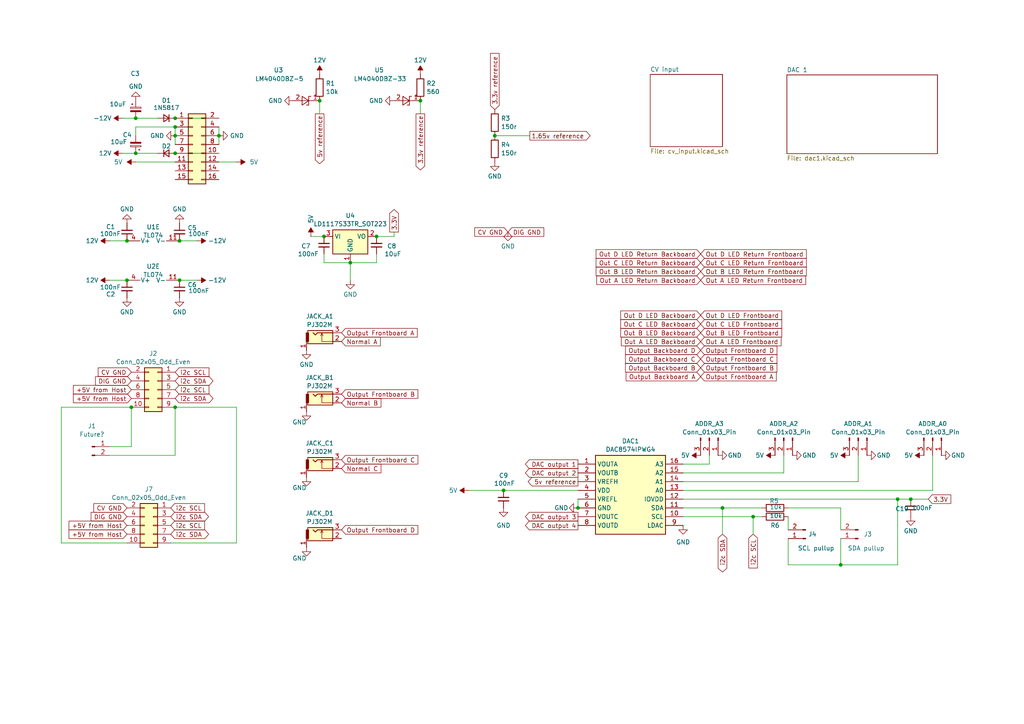
<source format=kicad_sch>
(kicad_sch (version 20231120) (generator "eeschema") (generator_version "8.0")
  (paper "A4")
  (lib_symbols
    (symbol "Akiyuki_Connector:PJ302M" (pin_names (offset 1.016))
      (property "Reference" "J" (at -1.27 4.445 0))
      (property "Value" "PJ302M" (at 1.27 -2.54 0))
      (symbol "PJ302M_0_1"
        (rectangle (start -4.699 3.175) (end 2.54 -0.635) (stroke (width 0.254)) (fill (type background)))
        (rectangle (start -4.445 0) (end -5.207 2.54) (fill (type outline)))
        (polyline (pts (xy -0.635 2.413) (xy -0.254 1.651)))
        (polyline (pts (xy 2.54 0) (xy -0.635 0) (xy -0.635 2.413) (xy -1.016 1.651)))
        (polyline (pts (xy 2.54 2.54) (xy -1.905 2.54) (xy -2.54 1.905) (xy -3.175 2.54)) (stroke (width 0.254)))
      )
      (symbol "PJ302M_1_1"
        (pin passive line (at -5.08 -2.54 90) (length 2.54) (name "~") (number "1"))
        (pin passive line (at 5.08 0 180) (length 2.54) (name "~") (number "2"))
        (pin passive line (at 5.08 2.54 180) (length 2.54) (name "~") (number "3"))
      )
    )
    (symbol "Amplifier_Operational:TL074" (pin_names (offset 0.127))
      (property "Reference" "U" (at 0 5.08 0))
      (property "Value" "TL074" (at 0 -5.08 0))
      (symbol "TL074_1_1"
        (polyline (pts (xy -5.08 5.08) (xy 5.08 0) (xy -5.08 -5.08) (xy -5.08 5.08)) (stroke (width 0.254)) (fill (type background)))
        (pin output line (at 7.62 0 180) (length 2.54) (name "~") (number "1"))
        (pin input line (at -7.62 -2.54 0) (length 2.54) (name "-") (number "2"))
        (pin input line (at -7.62 2.54 0) (length 2.54) (name "+") (number "3"))
      )
      (symbol "TL074_2_1"
        (polyline (pts (xy -5.08 5.08) (xy 5.08 0) (xy -5.08 -5.08) (xy -5.08 5.08)) (stroke (width 0.254)) (fill (type background)))
        (pin input line (at -7.62 2.54 0) (length 2.54) (name "+") (number "5"))
        (pin input line (at -7.62 -2.54 0) (length 2.54) (name "-") (number "6"))
        (pin output line (at 7.62 0 180) (length 2.54) (name "~") (number "7"))
      )
      (symbol "TL074_3_1"
        (polyline (pts (xy -5.08 5.08) (xy 5.08 0) (xy -5.08 -5.08) (xy -5.08 5.08)) (stroke (width 0.254)) (fill (type background)))
        (pin input line (at -7.62 2.54 0) (length 2.54) (name "+") (number "10"))
        (pin output line (at 7.62 0 180) (length 2.54) (name "~") (number "8"))
        (pin input line (at -7.62 -2.54 0) (length 2.54) (name "-") (number "9"))
      )
      (symbol "TL074_4_1"
        (polyline (pts (xy -5.08 5.08) (xy 5.08 0) (xy -5.08 -5.08) (xy -5.08 5.08)) (stroke (width 0.254)) (fill (type background)))
        (pin input line (at -7.62 2.54 0) (length 2.54) (name "+") (number "12"))
        (pin input line (at -7.62 -2.54 0) (length 2.54) (name "-") (number "13"))
        (pin output line (at 7.62 0 180) (length 2.54) (name "~") (number "14"))
      )
      (symbol "TL074_5_1"
        (pin power_in line (at -2.54 -7.62 90) (length 3.81) (name "V-") (number "11"))
        (pin power_in line (at -2.54 7.62 270) (length 3.81) (name "V+") (number "4"))
      )
    )
    (symbol "Connector:Conn_01x02_Pin" (pin_names (offset 1.016) hide)
      (property "Reference" "J" (at 0 2.54 0))
      (property "Value" "Conn_01x02_Pin" (at 0 -5.08 0))
      (symbol "Conn_01x02_Pin_1_1"
        (polyline (pts (xy 1.27 -2.54) (xy 0.8636 -2.54)) (stroke (width 0.1524)))
        (polyline (pts (xy 1.27 0) (xy 0.8636 0)) (stroke (width 0.1524)))
        (rectangle (start 0.8636 -2.413) (end 0 -2.667) (stroke (width 0.1524)) (fill (type outline)))
        (rectangle (start 0.8636 0.127) (end 0 -0.127) (stroke (width 0.1524)) (fill (type outline)))
        (pin passive line (at 5.08 0 180) (length 3.81) (name "Pin_1") (number "1"))
        (pin passive line (at 5.08 -2.54 180) (length 3.81) (name "Pin_2") (number "2"))
      )
    )
    (symbol "Connector:Conn_01x03_Pin" (pin_names (offset 1.016) hide)
      (property "Reference" "J" (at 0 5.08 0))
      (property "Value" "Conn_01x03_Pin" (at 0 -5.08 0))
      (symbol "Conn_01x03_Pin_1_1"
        (polyline (pts (xy 1.27 -2.54) (xy 0.8636 -2.54)) (stroke (width 0.1524)))
        (polyline (pts (xy 1.27 0) (xy 0.8636 0)) (stroke (width 0.1524)))
        (polyline (pts (xy 1.27 2.54) (xy 0.8636 2.54)) (stroke (width 0.1524)))
        (rectangle (start 0.8636 -2.413) (end 0 -2.667) (stroke (width 0.1524)) (fill (type outline)))
        (rectangle (start 0.8636 0.127) (end 0 -0.127) (stroke (width 0.1524)) (fill (type outline)))
        (rectangle (start 0.8636 2.667) (end 0 2.413) (stroke (width 0.1524)) (fill (type outline)))
        (pin passive line (at 5.08 2.54 180) (length 3.81) (name "Pin_1") (number "1"))
        (pin passive line (at 5.08 0 180) (length 3.81) (name "Pin_2") (number "2"))
        (pin passive line (at 5.08 -2.54 180) (length 3.81) (name "Pin_3") (number "3"))
      )
    )
    (symbol "Connector_Generic:Conn_02x05_Odd_Even" (pin_names (offset 1.016) hide)
      (property "Reference" "J" (at 1.27 7.62 0))
      (property "Value" "Conn_02x05_Odd_Even" (at 1.27 -7.62 0))
      (symbol "Conn_02x05_Odd_Even_1_1"
        (rectangle (start -1.27 -4.953) (end 0 -5.207) (stroke (width 0.1524)))
        (rectangle (start -1.27 -2.413) (end 0 -2.667) (stroke (width 0.1524)))
        (rectangle (start -1.27 0.127) (end 0 -0.127) (stroke (width 0.1524)))
        (rectangle (start -1.27 2.667) (end 0 2.413) (stroke (width 0.1524)))
        (rectangle (start -1.27 5.207) (end 0 4.953) (stroke (width 0.1524)))
        (rectangle (start -1.27 6.35) (end 3.81 -6.35) (stroke (width 0.254)) (fill (type background)))
        (rectangle (start 3.81 -4.953) (end 2.54 -5.207) (stroke (width 0.1524)))
        (rectangle (start 3.81 -2.413) (end 2.54 -2.667) (stroke (width 0.1524)))
        (rectangle (start 3.81 0.127) (end 2.54 -0.127) (stroke (width 0.1524)))
        (rectangle (start 3.81 2.667) (end 2.54 2.413) (stroke (width 0.1524)))
        (rectangle (start 3.81 5.207) (end 2.54 4.953) (stroke (width 0.1524)))
        (pin passive line (at -5.08 5.08 0) (length 3.81) (name "Pin_1") (number "1"))
        (pin passive line (at 7.62 -5.08 180) (length 3.81) (name "Pin_10") (number "10"))
        (pin passive line (at 7.62 5.08 180) (length 3.81) (name "Pin_2") (number "2"))
        (pin passive line (at -5.08 2.54 0) (length 3.81) (name "Pin_3") (number "3"))
        (pin passive line (at 7.62 2.54 180) (length 3.81) (name "Pin_4") (number "4"))
        (pin passive line (at -5.08 0 0) (length 3.81) (name "Pin_5") (number "5"))
        (pin passive line (at 7.62 0 180) (length 3.81) (name "Pin_6") (number "6"))
        (pin passive line (at -5.08 -2.54 0) (length 3.81) (name "Pin_7") (number "7"))
        (pin passive line (at 7.62 -2.54 180) (length 3.81) (name "Pin_8") (number "8"))
        (pin passive line (at -5.08 -5.08 0) (length 3.81) (name "Pin_9") (number "9"))
      )
    )
    (symbol "Connector_Generic:Conn_02x08_Odd_Even" (pin_names (offset 1.016) hide)
      (property "Reference" "J" (at 1.27 10.16 0))
      (property "Value" "Conn_02x08_Odd_Even" (at 1.27 -12.7 0))
      (symbol "Conn_02x08_Odd_Even_1_1"
        (rectangle (start -1.27 -10.033) (end 0 -10.287) (stroke (width 0.1524)))
        (rectangle (start -1.27 -7.493) (end 0 -7.747) (stroke (width 0.1524)))
        (rectangle (start -1.27 -4.953) (end 0 -5.207) (stroke (width 0.1524)))
        (rectangle (start -1.27 -2.413) (end 0 -2.667) (stroke (width 0.1524)))
        (rectangle (start -1.27 0.127) (end 0 -0.127) (stroke (width 0.1524)))
        (rectangle (start -1.27 2.667) (end 0 2.413) (stroke (width 0.1524)))
        (rectangle (start -1.27 5.207) (end 0 4.953) (stroke (width 0.1524)))
        (rectangle (start -1.27 7.747) (end 0 7.493) (stroke (width 0.1524)))
        (rectangle (start -1.27 8.89) (end 3.81 -11.43) (stroke (width 0.254)) (fill (type background)))
        (rectangle (start 3.81 -10.033) (end 2.54 -10.287) (stroke (width 0.1524)))
        (rectangle (start 3.81 -7.493) (end 2.54 -7.747) (stroke (width 0.1524)))
        (rectangle (start 3.81 -4.953) (end 2.54 -5.207) (stroke (width 0.1524)))
        (rectangle (start 3.81 -2.413) (end 2.54 -2.667) (stroke (width 0.1524)))
        (rectangle (start 3.81 0.127) (end 2.54 -0.127) (stroke (width 0.1524)))
        (rectangle (start 3.81 2.667) (end 2.54 2.413) (stroke (width 0.1524)))
        (rectangle (start 3.81 5.207) (end 2.54 4.953) (stroke (width 0.1524)))
        (rectangle (start 3.81 7.747) (end 2.54 7.493) (stroke (width 0.1524)))
        (pin passive line (at -5.08 7.62 0) (length 3.81) (name "Pin_1") (number "1"))
        (pin passive line (at 7.62 -2.54 180) (length 3.81) (name "Pin_10") (number "10"))
        (pin passive line (at -5.08 -5.08 0) (length 3.81) (name "Pin_11") (number "11"))
        (pin passive line (at 7.62 -5.08 180) (length 3.81) (name "Pin_12") (number "12"))
        (pin passive line (at -5.08 -7.62 0) (length 3.81) (name "Pin_13") (number "13"))
        (pin passive line (at 7.62 -7.62 180) (length 3.81) (name "Pin_14") (number "14"))
        (pin passive line (at -5.08 -10.16 0) (length 3.81) (name "Pin_15") (number "15"))
        (pin passive line (at 7.62 -10.16 180) (length 3.81) (name "Pin_16") (number "16"))
        (pin passive line (at 7.62 7.62 180) (length 3.81) (name "Pin_2") (number "2"))
        (pin passive line (at -5.08 5.08 0) (length 3.81) (name "Pin_3") (number "3"))
        (pin passive line (at 7.62 5.08 180) (length 3.81) (name "Pin_4") (number "4"))
        (pin passive line (at -5.08 2.54 0) (length 3.81) (name "Pin_5") (number "5"))
        (pin passive line (at 7.62 2.54 180) (length 3.81) (name "Pin_6") (number "6"))
        (pin passive line (at -5.08 0 0) (length 3.81) (name "Pin_7") (number "7"))
        (pin passive line (at 7.62 0 180) (length 3.81) (name "Pin_8") (number "8"))
        (pin passive line (at -5.08 -2.54 0) (length 3.81) (name "Pin_9") (number "9"))
      )
    )
    (symbol "Device:C_Polarized_Small" (pin_numbers hide) (pin_names (offset 0.254) hide)
      (property "Reference" "C" (at 0.254 1.778 0))
      (property "Value" "C_Polarized_Small" (at 0.254 -2.032 0))
      (symbol "C_Polarized_Small_0_1"
        (rectangle (start -1.524 -0.3048) (end 1.524 -0.6858) (fill (type outline)))
        (rectangle (start -1.524 0.6858) (end 1.524 0.3048))
        (polyline (pts (xy -1.27 1.524) (xy -0.762 1.524)))
        (polyline (pts (xy -1.016 1.27) (xy -1.016 1.778)))
      )
      (symbol "C_Polarized_Small_1_1"
        (pin passive line (at 0 2.54 270) (length 1.8542) (name "~") (number "1"))
        (pin passive line (at 0 -2.54 90) (length 1.8542) (name "~") (number "2"))
      )
    )
    (symbol "Device:C_Small" (pin_numbers hide) (pin_names (offset 0.254) hide)
      (property "Reference" "C" (at 0.254 1.778 0))
      (property "Value" "C_Small" (at 0.254 -2.032 0))
      (symbol "C_Small_0_1"
        (polyline (pts (xy -1.524 -0.508) (xy 1.524 -0.508)) (stroke (width 0.3302)))
        (polyline (pts (xy -1.524 0.508) (xy 1.524 0.508)) (stroke (width 0.3048)))
      )
      (symbol "C_Small_1_1"
        (pin passive line (at 0 2.54 270) (length 2.032) (name "~") (number "1"))
        (pin passive line (at 0 -2.54 90) (length 2.032) (name "~") (number "2"))
      )
    )
    (symbol "Device:D_Small" (pin_numbers hide) (pin_names (offset 0.254) hide)
      (property "Reference" "D" (at -1.27 2.032 0))
      (property "Value" "D_Small" (at -3.81 -2.032 0))
      (symbol "D_Small_0_1"
        (polyline (pts (xy -0.762 -1.016) (xy -0.762 1.016)) (stroke (width 0.254)))
        (polyline (pts (xy -0.762 0) (xy 0.762 0)))
        (polyline (pts (xy 0.762 -1.016) (xy -0.762 0) (xy 0.762 1.016) (xy 0.762 -1.016)) (stroke (width 0.254)))
      )
      (symbol "D_Small_1_1"
        (pin passive line (at -2.54 0 0) (length 1.778) (name "K") (number "1"))
        (pin passive line (at 2.54 0 180) (length 1.778) (name "A") (number "2"))
      )
    )
    (symbol "Device:R" (pin_numbers hide) (pin_names (offset 0))
      (property "Reference" "R" (at 2.032 0 90))
      (property "Value" "R" (at 0 0 90))
      (symbol "R_0_1"
        (rectangle (start -1.016 -2.54) (end 1.016 2.54) (stroke (width 0.254)))
      )
      (symbol "R_1_1"
        (pin passive line (at 0 3.81 270) (length 1.27) (name "~") (number "1"))
        (pin passive line (at 0 -3.81 90) (length 1.27) (name "~") (number "2"))
      )
    )
    (symbol "Reference_Voltage:LM4040DBZ-5" (pin_names (offset 0.0254) hide)
      (property "Reference" "U" (at 0 2.54 0))
      (property "Value" "LM4040DBZ-5" (at 0 -3.175 0))
      (symbol "LM4040DBZ-5_0_1"
        (polyline (pts (xy -1.27 0) (xy 0 0) (xy 1.27 0)))
        (polyline (pts (xy -1.27 -1.27) (xy 0.635 0) (xy -1.27 1.27) (xy -1.27 -1.27)) (stroke (width 0.2032)))
        (polyline (pts (xy 0 -1.27) (xy 0.635 -1.27) (xy 0.635 1.27) (xy 1.27 1.27)) (stroke (width 0.2032)))
      )
      (symbol "LM4040DBZ-5_1_1"
        (pin passive line (at 3.81 0 180) (length 2.54) (name "K") (number "1"))
        (pin passive line (at -3.81 0 0) (length 2.54) (name "A") (number "2"))
        (pin no_connect line (at -1.27 0 0) (length 2.54) hide (name "NC") (number "3"))
      )
    )
    (symbol "Regulator_Linear:LD1117S33TR_SOT223"
      (property "Reference" "U" (at -3.81 3.175 0))
      (property "Value" "LD1117S33TR_SOT223" (at 0 3.175 0))
      (symbol "LD1117S33TR_SOT223_0_1"
        (rectangle (start -5.08 -5.08) (end 5.08 1.905) (stroke (width 0.254)) (fill (type background)))
      )
      (symbol "LD1117S33TR_SOT223_1_1"
        (pin power_in line (at 0 -7.62 90) (length 2.54) (name "GND") (number "1"))
        (pin power_out line (at 7.62 0 180) (length 2.54) (name "VO") (number "2"))
        (pin power_in line (at -7.62 0 0) (length 2.54) (name "VI") (number "3"))
      )
    )
    (symbol "dac8754:DAC8574IPWG4"
      (property "Reference" "IC" (at 26.67 7.62 0))
      (property "Value" "DAC8574IPWG4" (at 26.67 5.08 0))
      (symbol "DAC8574IPWG4_1_1"
        (rectangle (start 5.08 2.54) (end 25.4 -20.32) (stroke (width 0.254)) (fill (type background)))
        (pin passive line (at 0 0 0) (length 5.08) (name "VOUTA") (number "1"))
        (pin passive line (at 30.48 -15.24 180) (length 5.08) (name "SCL") (number "10"))
        (pin passive line (at 30.48 -12.7 180) (length 5.08) (name "SDA") (number "11"))
        (pin passive line (at 30.48 -10.16 180) (length 5.08) (name "IOVDD") (number "12"))
        (pin passive line (at 30.48 -7.62 180) (length 5.08) (name "A0") (number "13"))
        (pin passive line (at 30.48 -5.08 180) (length 5.08) (name "A1") (number "14"))
        (pin passive line (at 30.48 -2.54 180) (length 5.08) (name "A2") (number "15"))
        (pin passive line (at 30.48 0 180) (length 5.08) (name "A3") (number "16"))
        (pin passive line (at 0 -2.54 0) (length 5.08) (name "VOUTB") (number "2"))
        (pin passive line (at 0 -5.08 0) (length 5.08) (name "VREFH") (number "3"))
        (pin passive line (at 0 -7.62 0) (length 5.08) (name "VDD") (number "4"))
        (pin passive line (at 0 -10.16 0) (length 5.08) (name "VREFL") (number "5"))
        (pin passive line (at 0 -12.7 0) (length 5.08) (name "GND") (number "6"))
        (pin passive line (at 0 -15.24 0) (length 5.08) (name "VOUTC") (number "7"))
        (pin passive line (at 0 -17.78 0) (length 5.08) (name "VOUTD") (number "8"))
        (pin passive line (at 30.48 -17.78 180) (length 5.08) (name "LDAC") (number "9"))
      )
    )
    (symbol "power:-12V" (power) (pin_numbers hide) (pin_names (offset 0) hide)
      (property "Value" "-12V" (at 0 3.556 0))
      (symbol "-12V_0_0"
        (pin power_in line (at 0 0 90) (length 0) (name "~") (number "1"))
      )
      (symbol "-12V_0_1"
        (polyline (pts (xy 0 0) (xy 0 1.27) (xy 0.762 1.27) (xy 0 2.54) (xy -0.762 1.27) (xy 0 1.27)) (fill (type outline)))
      )
    )
    (symbol "power:GND" (power) (pin_numbers hide) (pin_names (offset 0) hide)
      (property "Value" "GND" (at 0 -3.81 0))
      (symbol "GND_0_1"
        (polyline (pts (xy 0 0) (xy 0 -1.27) (xy 1.27 -1.27) (xy 0 -2.54) (xy -1.27 -1.27) (xy 0 -1.27)))
      )
      (symbol "GND_1_1"
        (pin power_in line (at 0 0 270) (length 0) (name "~") (number "1"))
      )
    )
  )
  (junction (at 52.07 81.28))
  (junction (at 52.07 69.85))
  (junction (at 38.1 118.11))
  (junction (at 50.8 36.83))
  (junction (at 121.92 29.21))
  (junction (at 243.84 163.83))
  (junction (at 143.51 39.37))
  (junction (at 260.35 144.78))
  (junction (at 50.8 34.29))
  (junction (at 39.37 44.45))
  (junction (at 218.44 149.86))
  (junction (at 50.8 44.45))
  (junction (at 50.8 39.37))
  (junction (at 264.16 144.78))
  (junction (at 50.8 118.11))
  (junction (at 92.71 29.21))
  (junction (at 101.6 76.2))
  (junction (at 209.55 147.32))
  (junction (at 167.64 147.32))
  (junction (at 36.83 81.28))
  (junction (at 39.37 34.29))
  (junction (at 63.5 39.37))
  (junction (at 146.05 142.24))
  (junction (at 36.83 69.85))
  (junction (at 93.98 68.58))
  (junction (at 109.22 68.58))
  (wire (pts (xy 17.78 118.11) (xy 38.1 118.11)))
  (wire (pts (xy 209.55 147.32) (xy 220.98 147.32)))
  (wire (pts (xy 109.22 73.66) (xy 109.22 76.2)))
  (wire (pts (xy 227.33 132.08) (xy 227.33 137.16)))
  (wire (pts (xy 167.64 144.78) (xy 167.64 147.32)))
  (wire (pts (xy 68.58 118.11) (xy 50.8 118.11)))
  (wire (pts (xy 38.1 118.11) (xy 38.1 129.54)))
  (wire (pts (xy 114.3 67.31) (xy 114.3 68.58)))
  (wire (pts (xy 92.71 29.21) (xy 92.71 33.02)))
  (wire (pts (xy 243.84 156.21) (xy 243.84 163.83)))
  (wire (pts (xy 93.98 76.2) (xy 93.98 73.66)))
  (wire (pts (xy 52.07 69.85) (xy 57.15 69.85)))
  (wire (pts (xy 52.07 81.28) (xy 57.15 81.28)))
  (wire (pts (xy 198.12 142.24) (xy 270.51 142.24)))
  (wire (pts (xy 39.37 46.99) (xy 50.8 46.99)))
  (wire (pts (xy 218.44 149.86) (xy 220.98 149.86)))
  (wire (pts (xy 50.8 118.11) (xy 50.8 132.08)))
  (wire (pts (xy 35.56 44.45) (xy 39.37 44.45)))
  (wire (pts (xy 101.6 76.2) (xy 101.6 81.28)))
  (wire (pts (xy 135.89 142.24) (xy 146.05 142.24)))
  (wire (pts (xy 50.8 34.29) (xy 63.5 34.29)))
  (wire (pts (xy 198.12 137.16) (xy 227.33 137.16)))
  (wire (pts (xy 198.12 144.78) (xy 260.35 144.78)))
  (wire (pts (xy 35.56 34.29) (xy 39.37 34.29)))
  (wire (pts (xy 39.37 34.29) (xy 45.72 34.29)))
  (wire (pts (xy 205.74 132.08) (xy 205.74 134.62)))
  (wire (pts (xy 63.5 36.83) (xy 63.5 39.37)))
  (wire (pts (xy 243.84 163.83) (xy 260.35 163.83)))
  (wire (pts (xy 49.53 157.48) (xy 68.58 157.48)))
  (wire (pts (xy 38.1 129.54) (xy 31.75 129.54)))
  (wire (pts (xy 50.8 36.83) (xy 50.8 39.37)))
  (wire (pts (xy 121.92 29.21) (xy 121.92 33.02)))
  (wire (pts (xy 63.5 46.99) (xy 68.58 46.99)))
  (wire (pts (xy 50.8 39.37) (xy 50.8 41.91)))
  (wire (pts (xy 260.35 144.78) (xy 264.16 144.78)))
  (wire (pts (xy 228.6 163.83) (xy 243.84 163.83)))
  (wire (pts (xy 260.35 144.78) (xy 260.35 163.83)))
  (wire (pts (xy 143.51 39.37) (xy 153.67 39.37)))
  (wire (pts (xy 198.12 139.7) (xy 248.92 139.7)))
  (wire (pts (xy 50.8 36.83) (xy 39.37 36.83)))
  (wire (pts (xy 39.37 36.83) (xy 39.37 39.37)))
  (wire (pts (xy 50.8 132.08) (xy 31.75 132.08)))
  (wire (pts (xy 243.84 147.32) (xy 243.84 153.67)))
  (wire (pts (xy 198.12 149.86) (xy 218.44 149.86)))
  (wire (pts (xy 31.75 69.85) (xy 36.83 69.85)))
  (wire (pts (xy 17.78 157.48) (xy 17.78 118.11)))
  (wire (pts (xy 209.55 147.32) (xy 209.55 154.94)))
  (wire (pts (xy 228.6 156.21) (xy 228.6 163.83)))
  (wire (pts (xy 101.6 76.2) (xy 93.98 76.2)))
  (wire (pts (xy 228.6 149.86) (xy 228.6 153.67)))
  (wire (pts (xy 146.05 142.24) (xy 167.64 142.24)))
  (wire (pts (xy 270.51 132.08) (xy 270.51 142.24)))
  (wire (pts (xy 248.92 132.08) (xy 248.92 139.7)))
  (wire (pts (xy 31.75 81.28) (xy 36.83 81.28)))
  (wire (pts (xy 39.37 44.45) (xy 45.72 44.45)))
  (wire (pts (xy 218.44 149.86) (xy 218.44 154.94)))
  (wire (pts (xy 109.22 68.58) (xy 114.3 68.58)))
  (wire (pts (xy 68.58 157.48) (xy 68.58 118.11)))
  (wire (pts (xy 63.5 39.37) (xy 63.5 41.91)))
  (wire (pts (xy 90.17 68.58) (xy 93.98 68.58)))
  (wire (pts (xy 228.6 147.32) (xy 243.84 147.32)))
  (wire (pts (xy 36.83 157.48) (xy 17.78 157.48)))
  (wire (pts (xy 205.74 134.62) (xy 198.12 134.62)))
  (wire (pts (xy 264.16 144.78) (xy 269.24 144.78)))
  (wire (pts (xy 198.12 147.32) (xy 209.55 147.32)))
  (wire (pts (xy 50.8 44.45) (xy 63.5 44.45)))
  (wire (pts (xy 109.22 76.2) (xy 101.6 76.2)))
  (global_label "Output Frontboard D" (shape input) (at 99.06 153.67 0) (property "Intersheetrefs" "${INTERSHEET_REFS}" (effects (hide yes))))
  (global_label "Output Backboard A" (shape input) (at 203.2 109.22 180) (property "Intersheetrefs" "${INTERSHEET_REFS}" (effects (hide yes))))
  (global_label "Output Frontboard D" (shape input) (at 203.2 101.6 0) (property "Intersheetrefs" "${INTERSHEET_REFS}" (effects (hide yes))))
  (global_label "5v reference" (shape output) (at 92.71 33.02 270) (property "Intersheetrefs" "${INTERSHEET_REFS}" (effects (hide yes))))
  (global_label "i2c SDA" (shape bidirectional) (at 50.8 115.57 0) (property "Intersheetrefs" "${INTERSHEET_REFS}" (effects (hide yes))))
  (global_label "Normal B" (shape input) (at 99.06 116.84 0) (property "Intersheetrefs" "${INTERSHEET_REFS}" (effects (hide yes))))
  (global_label "Output Frontboard A" (shape input) (at 203.2 109.22 0) (property "Intersheetrefs" "${INTERSHEET_REFS}" (effects (hide yes))))
  (global_label "Output Frontboard C" (shape input) (at 203.2 104.14 0) (property "Intersheetrefs" "${INTERSHEET_REFS}" (effects (hide yes))))
  (global_label "Out C LED Frontboard" (shape input) (at 203.2 93.98 0) (property "Intersheetrefs" "${INTERSHEET_REFS}" (effects (hide yes))))
  (global_label "1.65v reference" (shape output) (at 153.67 39.37 0) (property "Intersheetrefs" "${INTERSHEET_REFS}" (effects (hide yes))))
  (global_label "Out C LED Return Backboard" (shape input) (at 203.2 76.2 180) (property "Intersheetrefs" "${INTERSHEET_REFS}" (effects (hide yes))))
  (global_label "Output Frontboard B" (shape input) (at 203.2 106.68 0) (property "Intersheetrefs" "${INTERSHEET_REFS}" (effects (hide yes))))
  (global_label "3.3v reference" (shape output) (at 121.92 33.02 270) (property "Intersheetrefs" "${INTERSHEET_REFS}" (effects (hide yes))))
  (global_label "CV GND" (shape input) (at 36.83 147.32 180) (property "Intersheetrefs" "${INTERSHEET_REFS}" (effects (hide yes))))
  (global_label "DIG GND" (shape input) (at 36.83 149.86 180) (property "Intersheetrefs" "${INTERSHEET_REFS}" (effects (hide yes))))
  (global_label "i2c SCL" (shape input) (at 50.8 107.95 0) (property "Intersheetrefs" "${INTERSHEET_REFS}" (effects (hide yes))))
  (global_label "Output Backboard C" (shape input) (at 203.2 104.14 180) (property "Intersheetrefs" "${INTERSHEET_REFS}" (effects (hide yes))))
  (global_label "Out D LED Backboard" (shape input) (at 203.2 91.44 180) (property "Intersheetrefs" "${INTERSHEET_REFS}" (effects (hide yes))))
  (global_label "Out B LED Return Backboard" (shape input) (at 203.2 78.74 180) (property "Intersheetrefs" "${INTERSHEET_REFS}" (effects (hide yes))))
  (global_label "i2c SDA" (shape bidirectional) (at 49.53 154.94 0) (property "Intersheetrefs" "${INTERSHEET_REFS}" (effects (hide yes))))
  (global_label "i2c SCL" (shape input) (at 218.44 154.94 270) (property "Intersheetrefs" "${INTERSHEET_REFS}" (effects (hide yes))))
  (global_label "Out A LED Return Frontboard" (shape input) (at 203.2 81.28 0) (property "Intersheetrefs" "${INTERSHEET_REFS}" (effects (hide yes))))
  (global_label "Out A LED Backboard" (shape input) (at 203.2 99.06 180) (property "Intersheetrefs" "${INTERSHEET_REFS}" (effects (hide yes))))
  (global_label "Out C LED Return Frontboard" (shape input) (at 203.2 76.2 0) (property "Intersheetrefs" "${INTERSHEET_REFS}" (effects (hide yes))))
  (global_label "5v reference" (shape output) (at 167.64 139.7 180) (property "Intersheetrefs" "${INTERSHEET_REFS}" (effects (hide yes))))
  (global_label "3.3v reference" (shape input) (at 143.51 31.75 90) (property "Intersheetrefs" "${INTERSHEET_REFS}" (effects (hide yes))))
  (global_label "+5V from Host" (shape input) (at 38.1 115.57 180) (property "Intersheetrefs" "${INTERSHEET_REFS}" (effects (hide yes))))
  (global_label "Output Backboard B" (shape input) (at 203.2 106.68 180) (property "Intersheetrefs" "${INTERSHEET_REFS}" (effects (hide yes))))
  (global_label "CV GND" (shape input) (at 147.32 67.31 180) (property "Intersheetrefs" "${INTERSHEET_REFS}" (effects (hide yes))))
  (global_label "DIG GND" (shape input) (at 38.1 110.49 180) (property "Intersheetrefs" "${INTERSHEET_REFS}" (effects (hide yes))))
  (global_label "Out D LED Return Frontboard" (shape input) (at 203.2 73.66 0) (property "Intersheetrefs" "${INTERSHEET_REFS}" (effects (hide yes))))
  (global_label "3.3V" (shape output) (at 114.3 67.31 90) (property "Intersheetrefs" "${INTERSHEET_REFS}" (effects (hide yes))))
  (global_label "i2c SDA" (shape bidirectional) (at 49.53 149.86 0) (property "Intersheetrefs" "${INTERSHEET_REFS}" (effects (hide yes))))
  (global_label "Normal A" (shape input) (at 99.06 99.06 0) (property "Intersheetrefs" "${INTERSHEET_REFS}" (effects (hide yes))))
  (global_label "DAC output 1" (shape output) (at 167.64 134.62 180) (property "Intersheetrefs" "${INTERSHEET_REFS}" (effects (hide yes))))
  (global_label "Output Frontboard A" (shape input) (at 99.06 96.52 0) (property "Intersheetrefs" "${INTERSHEET_REFS}" (effects (hide yes))))
  (global_label "Out B LED Backboard" (shape input) (at 203.2 96.52 180) (property "Intersheetrefs" "${INTERSHEET_REFS}" (effects (hide yes))))
  (global_label "i2c SDA" (shape bidirectional) (at 209.55 154.94 270) (property "Intersheetrefs" "${INTERSHEET_REFS}" (effects (hide yes))))
  (global_label "Output Frontboard B" (shape input) (at 99.06 114.3 0) (property "Intersheetrefs" "${INTERSHEET_REFS}" (effects (hide yes))))
  (global_label "DAC output 4" (shape output) (at 167.64 152.4 180) (property "Intersheetrefs" "${INTERSHEET_REFS}" (effects (hide yes))))
  (global_label "+5V from Host" (shape input) (at 36.83 154.94 180) (property "Intersheetrefs" "${INTERSHEET_REFS}" (effects (hide yes))))
  (global_label "Out B LED Frontboard" (shape input) (at 203.2 96.52 0) (property "Intersheetrefs" "${INTERSHEET_REFS}" (effects (hide yes))))
  (global_label "i2c SCL" (shape input) (at 50.8 113.03 0) (property "Intersheetrefs" "${INTERSHEET_REFS}" (effects (hide yes))))
  (global_label "+5V from Host" (shape input) (at 38.1 113.03 180) (property "Intersheetrefs" "${INTERSHEET_REFS}" (effects (hide yes))))
  (global_label "CV GND" (shape input) (at 38.1 107.95 180) (property "Intersheetrefs" "${INTERSHEET_REFS}" (effects (hide yes))))
  (global_label "Out B LED Return Frontboard" (shape input) (at 203.2 78.74 0) (property "Intersheetrefs" "${INTERSHEET_REFS}" (effects (hide yes))))
  (global_label "3.3V" (shape input) (at 269.24 144.78 0) (property "Intersheetrefs" "${INTERSHEET_REFS}" (effects (hide yes))))
  (global_label "Out A LED Return Backboard" (shape input) (at 203.2 81.28 180) (property "Intersheetrefs" "${INTERSHEET_REFS}" (effects (hide yes))))
  (global_label "Out C LED Backboard" (shape input) (at 203.2 93.98 180) (property "Intersheetrefs" "${INTERSHEET_REFS}" (effects (hide yes))))
  (global_label "+5V from Host" (shape input) (at 36.83 152.4 180) (property "Intersheetrefs" "${INTERSHEET_REFS}" (effects (hide yes))))
  (global_label "Output Frontboard C" (shape input) (at 99.06 133.35 0) (property "Intersheetrefs" "${INTERSHEET_REFS}" (effects (hide yes))))
  (global_label "i2c SCL" (shape input) (at 49.53 152.4 0) (property "Intersheetrefs" "${INTERSHEET_REFS}" (effects (hide yes))))
  (global_label "Out A LED Frontboard" (shape input) (at 203.2 99.06 0) (property "Intersheetrefs" "${INTERSHEET_REFS}" (effects (hide yes))))
  (global_label "DAC output 2" (shape output) (at 167.64 137.16 180) (property "Intersheetrefs" "${INTERSHEET_REFS}" (effects (hide yes))))
  (global_label "DIG GND" (shape input) (at 147.32 67.31 0) (property "Intersheetrefs" "${INTERSHEET_REFS}" (effects (hide yes))))
  (global_label "i2c SDA" (shape bidirectional) (at 50.8 110.49 0) (property "Intersheetrefs" "${INTERSHEET_REFS}" (effects (hide yes))))
  (global_label "Normal C" (shape input) (at 99.06 135.89 0) (property "Intersheetrefs" "${INTERSHEET_REFS}" (effects (hide yes))))
  (global_label "Out D LED Return Backboard" (shape input) (at 203.2 73.66 180) (property "Intersheetrefs" "${INTERSHEET_REFS}" (effects (hide yes))))
  (global_label "Out D LED Frontboard" (shape input) (at 203.2 91.44 0) (property "Intersheetrefs" "${INTERSHEET_REFS}" (effects (hide yes))))
  (global_label "DAC output 3" (shape output) (at 167.64 149.86 180) (property "Intersheetrefs" "${INTERSHEET_REFS}" (effects (hide yes))))
  (global_label "Output Backboard D" (shape input) (at 203.2 101.6 180) (property "Intersheetrefs" "${INTERSHEET_REFS}" (effects (hide yes))))
  (global_label "i2c SCL" (shape input) (at 49.53 147.32 0) (property "Intersheetrefs" "${INTERSHEET_REFS}" (effects (hide yes))))
  (symbol (lib_id "Connector_Generic:Conn_02x05_Odd_Even") (at 45.72 113.03 0) (mirror y) (unit 1)
    (property "Reference" "J2" (at 44.45 102.5355 0))
    (property "Value" "Conn_02x05_Odd_Even" (at 44.45 104.9598 0))
    (property "Footprint" "Connector_IDC:IDC-Header_2x05_P2.54mm_Vertical" (effects (hide yes)))
    (property "Description" "Generic connector, double row, 02x05, odd/even pin numbering scheme (row 1 odd numbers, row 2 even numbers), script generated (kicad-library-utils/schlib/autogen/connector/)" (effects (hide yes)))
  )
  (symbol (lib_id "Connector_Generic:Conn_02x08_Odd_Even") (at 55.88 41.91 0) (unit 1)
    (property "Reference" "EURO_POWER1" (effects (hide yes)))
    (property "Value" "Conn_02x08_Odd_Even" (effects (hide yes)))
    (property "Footprint" "Connector_PinHeader_2.54mm:PinHeader_2x08_P2.54mm_Vertical" (effects (hide yes)))
    (property "Description" "Generic connector, double row, 02x08, odd/even pin numbering scheme (row 1 odd numbers, row 2 even numbers), script generated (kicad-library-utils/schlib/autogen/connector/)" (effects (hide yes)))
  )
  (symbol (lib_id "power:-12V") (at 92.71 21.59 0) (unit 1)
    (property "Reference" "#PWR018" (effects (hide yes)))
    (property "Value" "12V" (at 92.71 17.4569 0))
    (property "Description" "Power symbol creates a global label with name \"-12V\"" (effects (hide yes)))
  )
  (symbol (lib_id "power:GND") (at 63.5 39.37 90) (unit 1)
    (property "Reference" "#PWR014" (effects (hide yes)))
    (property "Value" "GND" (at 66.675 39.37 90) (effects (justify right)))
    (property "Description" "Power symbol creates a global label with name \"GND\" , ground" (effects (hide yes)))
  )
  (symbol (lib_id "power:-12V") (at 224.79 132.08 90) (unit 1)
    (property "Reference" "#PWR036" (effects (hide yes)))
    (property "Value" "5V" (at 221.6151 132.08 90) (effects (justify left)))
    (property "Description" "Power symbol creates a global label with name \"-12V\"" (effects (hide yes)))
  )
  (symbol (lib_id "Device:R") (at 224.79 147.32 270) (unit 1)
    (property "Reference" "R5" (at 224.536 145.288 90))
    (property "Value" "10k" (at 225.044 147.066 90))
    (property "Footprint" "Resistor_SMD:R_0805_2012Metric_Pad1.20x1.40mm_HandSolder" (effects (hide yes)))
    (property "Description" "Resistor" (effects (hide yes)))
  )
  (symbol (lib_id "Reference_Voltage:LM4040DBZ-5") (at 88.9 29.21 0) (unit 1)
    (property "Reference" "U3" (at 80.772 20.32 0))
    (property "Value" "LM4040DBZ-5" (at 81.026 22.86 0))
    (property "Footprint" "Package_TO_SOT_SMD:SOT-23_Handsoldering" (effects (hide yes)))
    (property "Datasheet" "http://www.ti.com/lit/ds/symlink/lm4040-n.pdf" (effects (hide yes)))
    (property "Description" "5.000V Precision Micropower Shunt Voltage Reference, SOT-23" (effects (hide yes)))
  )
  (symbol (lib_id "power:-12V") (at 203.2 132.08 90) (unit 1)
    (property "Reference" "#PWR034" (effects (hide yes)))
    (property "Value" "5V" (at 200.0251 132.08 90) (effects (justify left)))
    (property "Description" "Power symbol creates a global label with name \"-12V\"" (effects (hide yes)))
  )
  (symbol (lib_id "Device:C_Small") (at 93.98 71.12 180) (unit 1)
    (property "Reference" "C7" (at 87.376 71.374 0) (effects (justify right)))
    (property "Value" "100nF" (at 86.36 73.66 0) (effects (justify right)))
    (property "Footprint" "Capacitor_SMD:C_0805_2012Metric_Pad1.18x1.45mm_HandSolder" (effects (hide yes)))
    (property "Description" "Unpolarized capacitor, small symbol" (effects (hide yes)))
  )
  (symbol (lib_id "power:GND") (at 208.28 132.08 90) (unit 1)
    (property "Reference" "#PWR035" (effects (hide yes)))
    (property "Value" "GND" (at 213.106 132.08 90))
    (property "Description" "Power symbol creates a global label with name \"GND\" , ground" (effects (hide yes)))
  )
  (symbol (lib_id "Akiyuki_Connector:PJ302M") (at 93.98 116.84 0) (unit 1)
    (property "Reference" "JACK_B1" (at 92.71 109.5205 0))
    (property "Value" "PJ302M" (at 92.71 111.9448 0))
    (property "Footprint" "Kicad_Akiyuki_Footprint:PJ302M" (effects (hide yes)))
    (property "Description" "2-pin audio jack receptable (mono/TS connector) with switching contact" (effects (hide yes)))
  )
  (symbol (lib_id "Device:C_Polarized_Small") (at 39.37 31.75 0) (unit 1)
    (property "Reference" "C3" (at 37.846 21.336 0) (effects (justify left)))
    (property "Value" "10uF" (at 31.75 30.226 0) (effects (justify left)))
    (property "Footprint" "Capacitor_SMD:CP_Elec_5x5.7" (effects (hide yes)))
    (property "Description" "Polarized capacitor, small symbol" (effects (hide yes)))
  )
  (symbol (lib_id "power:-12V") (at 57.15 69.85 270) (unit 1)
    (property "Reference" "#PWR012" (effects (hide yes)))
    (property "Value" "-12V" (at 60.325 69.85 90) (effects (justify left)))
    (property "Description" "Power symbol creates a global label with name \"-12V\"" (effects (hide yes)))
  )
  (symbol (lib_id "power:GND") (at 229.87 132.08 90) (unit 1)
    (property "Reference" "#PWR037" (effects (hide yes)))
    (property "Value" "GND" (at 234.696 132.08 90))
    (property "Description" "Power symbol creates a global label with name \"GND\" , ground" (effects (hide yes)))
  )
  (symbol (lib_id "power:GND") (at 167.64 147.32 270) (unit 1)
    (property "Reference" "#PWR031" (effects (hide yes)))
    (property "Value" "GND" (at 162.814 147.32 90))
    (property "Description" "Power symbol creates a global label with name \"GND\" , ground" (effects (hide yes)))
  )
  (symbol (lib_id "Device:R") (at 224.79 149.86 270) (unit 1)
    (property "Reference" "R6" (at 224.79 152.4 90))
    (property "Value" "10k" (at 225.044 149.606 90))
    (property "Footprint" "Resistor_SMD:R_0805_2012Metric_Pad1.20x1.40mm_HandSolder" (effects (hide yes)))
    (property "Description" "Resistor" (effects (hide yes)))
  )
  (symbol (lib_id "power:GND") (at 52.07 86.36 0) (mirror y) (unit 1)
    (property "Reference" "#PWR011" (effects (hide yes)))
    (property "Value" "GND" (at 52.07 90.4931 0))
    (property "Description" "Power symbol creates a global label with name \"GND\" , ground" (effects (hide yes)))
  )
  (symbol (lib_id "power:GND") (at 39.37 29.21 180) (unit 1)
    (property "Reference" "#PWR07" (effects (hide yes)))
    (property "Value" "GND" (at 39.37 25.0769 0))
    (property "Description" "Power symbol creates a global label with name \"GND\" , ground" (effects (hide yes)))
  )
  (symbol (lib_id "Device:C_Small") (at 264.16 147.32 180) (unit 1)
    (property "Reference" "C19" (at 261.62 147.574 0))
    (property "Value" "100nF" (at 267.462 147.32 0))
    (property "Footprint" "Capacitor_SMD:C_0805_2012Metric_Pad1.18x1.45mm_HandSolder" (effects (hide yes)))
    (property "Description" "Unpolarized capacitor, small symbol" (effects (hide yes)))
  )
  (symbol (lib_id "power:GND") (at 147.32 67.31 0) (mirror y) (unit 1)
    (property "Reference" "#PWR056" (effects (hide yes)))
    (property "Value" "GND" (at 147.32 71.4431 0))
    (property "Description" "Power symbol creates a global label with name \"GND\" , ground" (effects (hide yes)))
  )
  (symbol (lib_id "Device:C_Small") (at 36.83 67.31 180) (unit 1)
    (property "Reference" "C1" (at 30.734 65.786 0) (effects (justify right)))
    (property "Value" "100nF" (at 28.956 67.818 0) (effects (justify right)))
    (property "Footprint" "Capacitor_SMD:C_0805_2012Metric_Pad1.18x1.45mm_HandSolder" (effects (hide yes)))
    (property "Description" "Unpolarized capacitor, small symbol" (effects (hide yes)))
  )
  (symbol (lib_id "power:-12V") (at 135.89 142.24 90) (unit 1)
    (property "Reference" "#PWR028" (effects (hide yes)))
    (property "Value" "5V" (at 132.7151 142.24 90) (effects (justify left)))
    (property "Description" "Power symbol creates a global label with name \"-12V\"" (effects (hide yes)))
  )
  (symbol (lib_id "power:GND") (at 52.07 64.77 180) (unit 1)
    (property "Reference" "#PWR010" (effects (hide yes)))
    (property "Value" "GND" (at 52.07 60.6369 0))
    (property "Description" "Power symbol creates a global label with name \"GND\" , ground" (effects (hide yes)))
  )
  (symbol (lib_id "Device:R") (at 143.51 35.56 0) (unit 1)
    (property "Reference" "R3" (at 145.288 34.3478 0) (effects (justify left)))
    (property "Value" "150r" (at 145.288 36.7721 0) (effects (justify left)))
    (property "Footprint" "Resistor_SMD:R_0805_2012Metric_Pad1.20x1.40mm_HandSolder" (effects (hide yes)))
    (property "Description" "Resistor" (effects (hide yes)))
  )
  (symbol (lib_id "Device:C_Small") (at 109.22 71.12 180) (unit 1)
    (property "Reference" "C8" (at 112.268 71.374 0) (effects (justify right)))
    (property "Value" "10uF" (at 111.506 73.66 0) (effects (justify right)))
    (property "Footprint" "Capacitor_SMD:C_0805_2012Metric_Pad1.18x1.45mm_HandSolder" (effects (hide yes)))
    (property "Description" "Unpolarized capacitor, small symbol" (effects (hide yes)))
  )
  (symbol (lib_id "Connector:Conn_01x02_Pin") (at 233.68 156.21 180) (unit 1)
    (property "Reference" "J4" (at 234.442 154.94 0) (effects (justify right)))
    (property "Value" "SCL pullup" (at 231.394 159.004 0) (effects (justify right)))
    (property "Footprint" "Connector_PinHeader_2.54mm:PinHeader_1x02_P2.54mm_Vertical" (effects (hide yes)))
    (property "Description" "Generic connector, single row, 01x02, script generated" (effects (hide yes)))
  )
  (symbol (lib_id "power:-12V") (at 35.56 34.29 90) (unit 1)
    (property "Reference" "#PWR03" (effects (hide yes)))
    (property "Value" "-12V" (at 32.385 34.29 90) (effects (justify left)))
    (property "Description" "Power symbol creates a global label with name \"-12V\"" (effects (hide yes)))
  )
  (symbol (lib_id "power:-12V") (at 57.15 81.28 270) (unit 1)
    (property "Reference" "#PWR013" (effects (hide yes)))
    (property "Value" "-12V" (at 60.325 81.28 90) (effects (justify left)))
    (property "Description" "Power symbol creates a global label with name \"-12V\"" (effects (hide yes)))
  )
  (symbol (lib_id "power:GND") (at 88.9 138.43 0) (unit 1)
    (property "Reference" "#PWR022" (effects (hide yes)))
    (property "Value" "GND" (at 88.9 141.478 0) (effects (justify right)))
    (property "Description" "Power symbol creates a global label with name \"GND\" , ground" (effects (hide yes)))
  )
  (symbol (lib_id "Device:D_Small") (at 48.26 34.29 180) (unit 1)
    (property "Reference" "D1" (at 48.26 29.1295 0))
    (property "Value" "1N5817" (at 48.26 31.242 0))
    (property "Footprint" "Diode_SMD:D_0805_2012Metric_Pad1.15x1.40mm_HandSolder" (effects (hide yes)))
    (property "Description" "Diode, small symbol" (effects (hide yes)))
    (property "Sim.Device" "D" (effects (hide yes)))
    (property "Sim.Pins" "1=K 2=A" (effects (hide yes)))
  )
  (symbol (lib_id "Connector:Conn_01x03_Pin") (at 205.74 127 270) (unit 1)
    (property "Reference" "ADDR_A3" (at 205.74 122.9063 90))
    (property "Value" "Conn_01x03_Pin" (at 205.74 125.3306 90))
    (property "Footprint" "Jumper:SolderJumper-3_P1.3mm_Open_RoundedPad1.0x1.5mm" (effects (hide yes)))
    (property "Description" "Generic connector, single row, 01x03, script generated" (effects (hide yes)))
  )
  (symbol (lib_id "power:GND") (at 36.83 86.36 0) (mirror y) (unit 1)
    (property "Reference" "#PWR06" (effects (hide yes)))
    (property "Value" "GND" (at 36.83 90.4931 0))
    (property "Description" "Power symbol creates a global label with name \"GND\" , ground" (effects (hide yes)))
  )
  (symbol (lib_id "power:GND") (at 264.16 149.86 0) (mirror y) (unit 1)
    (property "Reference" "#PWR057" (effects (hide yes)))
    (property "Value" "GND" (at 264.16 153.9931 0))
    (property "Description" "Power symbol creates a global label with name \"GND\" , ground" (effects (hide yes)))
  )
  (symbol (lib_id "Amplifier_Operational:TL074") (at 44.45 78.74 90) (unit 5)
    (property "Reference" "U2" (at 44.45 77.2625 90))
    (property "Value" "TL074" (at 44.45 79.6868 90))
    (property "Footprint" "Package_SO:SOIC-14_3.9x8.7mm_P1.27mm" (effects (hide yes)))
    (property "Datasheet" "http://www.ti.com/lit/ds/symlink/tl071.pdf" (effects (hide yes)))
    (property "Description" "Quad Low-Noise JFET-Input Operational Amplifiers, DIP-14/SOIC-14" (effects (hide yes)))
  )
  (symbol (lib_id "Connector:Conn_01x02_Pin") (at 26.67 129.54 0) (unit 1) (on_board no)
    (property "Reference" "J1" (at 26.67 123.5597 0))
    (property "Value" "Future?" (at 26.67 125.984 0))
    (property "Footprint" "Connector_PinHeader_2.54mm:PinHeader_1x02_P2.54mm_Vertical" (effects (hide yes)))
    (property "Description" "Generic connector, single row, 01x02, script generated" (effects (hide yes)))
  )
  (symbol (lib_id "Akiyuki_Connector:PJ302M") (at 93.98 135.89 0) (unit 1)
    (property "Reference" "JACK_C1" (at 92.71 128.5705 0))
    (property "Value" "PJ302M" (at 92.71 130.9948 0))
    (property "Footprint" "Kicad_Akiyuki_Footprint:PJ302M" (effects (hide yes)))
    (property "Description" "2-pin audio jack receptable (mono/TS connector) with switching contact" (effects (hide yes)))
  )
  (symbol (lib_id "power:-12V") (at 39.37 46.99 90) (unit 1)
    (property "Reference" "#PWR08" (effects (hide yes)))
    (property "Value" "5V" (at 35.56 46.99 90) (effects (justify left)))
    (property "Description" "Power symbol creates a global label with name \"-12V\"" (effects (hide yes)))
  )
  (symbol (lib_id "Device:C_Small") (at 146.05 144.78 180) (unit 1)
    (property "Reference" "C9" (at 146.05 137.922 0))
    (property "Value" "100nF" (at 146.304 140.208 0))
    (property "Footprint" "Capacitor_SMD:C_0805_2012Metric_Pad1.18x1.45mm_HandSolder" (effects (hide yes)))
    (property "Description" "Unpolarized capacitor, small symbol" (effects (hide yes)))
  )
  (symbol (lib_id "power:-12V") (at 68.58 46.99 270) (unit 1)
    (property "Reference" "#PWR015" (effects (hide yes)))
    (property "Value" "5V" (at 72.39 46.99 90) (effects (justify left)))
    (property "Description" "Power symbol creates a global label with name \"-12V\"" (effects (hide yes)))
  )
  (symbol (lib_id "Regulator_Linear:LD1117S33TR_SOT223") (at 101.6 68.58 0) (unit 1)
    (property "Reference" "U4" (at 101.6 62.5305 0))
    (property "Value" "LD1117S33TR_SOT223" (at 101.6 64.9548 0))
    (property "Footprint" "Package_TO_SOT_SMD:SOT-223" (effects (hide yes)))
    (property "Datasheet" "http://www.st.com/st-web-ui/static/active/en/resource/technical/document/datasheet/CD00000544.pdf" (effects (hide yes)))
    (property "Description" "800mA Fixed Low Drop Positive Voltage Regulator, Fixed Output 3.3V, SOT-223" (effects (hide yes)))
  )
  (symbol (lib_id "Device:R") (at 143.51 43.18 0) (unit 1)
    (property "Reference" "R4" (at 145.288 41.9678 0) (effects (justify left)))
    (property "Value" "150r" (at 145.288 44.3921 0) (effects (justify left)))
    (property "Footprint" "Resistor_SMD:R_0805_2012Metric_Pad1.20x1.40mm_HandSolder" (effects (hide yes)))
    (property "Description" "Resistor" (effects (hide yes)))
  )
  (symbol (lib_id "power:-12V") (at 246.38 132.08 90) (unit 1)
    (property "Reference" "#PWR039" (effects (hide yes)))
    (property "Value" "5V" (at 243.2051 132.08 90) (effects (justify left)))
    (property "Description" "Power symbol creates a global label with name \"-12V\"" (effects (hide yes)))
  )
  (symbol (lib_id "power:GND") (at 88.9 158.75 0) (unit 1)
    (property "Reference" "#PWR023" (effects (hide yes)))
    (property "Value" "GND" (at 88.9 161.925 0) (effects (justify right)))
    (property "Description" "Power symbol creates a global label with name \"GND\" , ground" (effects (hide yes)))
  )
  (symbol (lib_id "power:-12V") (at 31.75 69.85 90) (unit 1)
    (property "Reference" "#PWR01" (effects (hide yes)))
    (property "Value" "12V" (at 28.575 69.85 90) (effects (justify left)))
    (property "Description" "Power symbol creates a global label with name \"-12V\"" (effects (hide yes)))
  )
  (symbol (lib_id "power:GND") (at 88.9 101.6 0) (unit 1)
    (property "Reference" "#PWR020" (effects (hide yes)))
    (property "Value" "GND" (at 88.9 105.7331 0))
    (property "Description" "Power symbol creates a global label with name \"GND\" , ground" (effects (hide yes)))
  )
  (symbol (lib_id "Reference_Voltage:LM4040DBZ-5") (at 118.11 29.21 0) (unit 1)
    (property "Reference" "U5" (at 109.982 20.32 0))
    (property "Value" "LM4040DBZ-33" (at 110.236 22.86 0))
    (property "Footprint" "Package_TO_SOT_SMD:SOT-23_Handsoldering" (effects (hide yes)))
    (property "Datasheet" "http://www.ti.com/lit/ds/symlink/lm4040-n.pdf" (effects (hide yes)))
    (property "Description" "5.000V Precision Micropower Shunt Voltage Reference, SOT-23" (effects (hide yes)))
  )
  (symbol (lib_id "power:-12V") (at 31.75 81.28 90) (unit 1)
    (property "Reference" "#PWR02" (effects (hide yes)))
    (property "Value" "12V" (at 28.575 81.28 90) (effects (justify left)))
    (property "Description" "Power symbol creates a global label with name \"-12V\"" (effects (hide yes)))
  )
  (symbol (lib_id "Device:C_Small") (at 36.83 83.82 0) (mirror y) (unit 1)
    (property "Reference" "C2" (at 30.734 85.344 0) (effects (justify right)))
    (property "Value" "100nF" (at 28.956 83.312 0) (effects (justify right)))
    (property "Footprint" "Capacitor_SMD:C_0805_2012Metric_Pad1.18x1.45mm_HandSolder" (effects (hide yes)))
    (property "Description" "Unpolarized capacitor, small symbol" (effects (hide yes)))
  )
  (symbol (lib_id "Connector_Generic:Conn_02x05_Odd_Even") (at 44.45 152.4 0) (mirror y) (unit 1)
    (property "Reference" "J7" (at 43.18 141.9055 0))
    (property "Value" "Conn_02x05_Odd_Even" (at 43.18 144.3298 0))
    (property "Footprint" "Connector_IDC:IDC-Header_2x05_P2.54mm_Vertical" (effects (hide yes)))
    (property "Description" "Generic connector, double row, 02x05, odd/even pin numbering scheme (row 1 odd numbers, row 2 even numbers), script generated (kicad-library-utils/schlib/autogen/connector/)" (effects (hide yes)))
  )
  (symbol (lib_id "Connector:Conn_01x03_Pin") (at 227.33 127 270) (unit 1)
    (property "Reference" "ADDR_A2" (at 227.33 122.9063 90))
    (property "Value" "Conn_01x03_Pin" (at 227.33 125.3306 90))
    (property "Footprint" "Jumper:SolderJumper-3_P1.3mm_Open_RoundedPad1.0x1.5mm" (effects (hide yes)))
    (property "Description" "Generic connector, single row, 01x03, script generated" (effects (hide yes)))
  )
  (symbol (lib_id "power:GND") (at 36.83 64.77 180) (unit 1)
    (property "Reference" "#PWR05" (effects (hide yes)))
    (property "Value" "GND" (at 36.83 60.6369 0))
    (property "Description" "Power symbol creates a global label with name \"GND\" , ground" (effects (hide yes)))
  )
  (symbol (lib_id "Device:R") (at 121.92 25.4 0) (unit 1)
    (property "Reference" "R2" (at 123.698 24.1878 0) (effects (justify left)))
    (property "Value" "560" (at 123.698 26.6121 0) (effects (justify left)))
    (property "Footprint" "Resistor_SMD:R_0805_2012Metric_Pad1.20x1.40mm_HandSolder" (effects (hide yes)))
    (property "Description" "Resistor" (effects (hide yes)))
  )
  (symbol (lib_id "power:-12V") (at 90.17 68.58 0) (unit 1)
    (property "Reference" "#PWR017" (effects (hide yes)))
    (property "Value" "5V" (at 90.17 64.77 90) (effects (justify left)))
    (property "Description" "Power symbol creates a global label with name \"-12V\"" (effects (hide yes)))
  )
  (symbol (lib_id "power:GND") (at 198.12 152.4 0) (unit 1)
    (property "Reference" "#PWR032" (effects (hide yes)))
    (property "Value" "GND" (at 198.12 157.226 0))
    (property "Description" "Power symbol creates a global label with name \"GND\" , ground" (effects (hide yes)))
  )
  (symbol (lib_id "power:-12V") (at 35.56 44.45 90) (unit 1)
    (property "Reference" "#PWR04" (effects (hide yes)))
    (property "Value" "12V" (at 32.385 44.45 90) (effects (justify left)))
    (property "Description" "Power symbol creates a global label with name \"-12V\"" (effects (hide yes)))
  )
  (symbol (lib_id "power:GND") (at 50.8 39.37 270) (unit 1)
    (property "Reference" "#PWR09" (effects (hide yes)))
    (property "Value" "GND" (at 47.625 39.37 90) (effects (justify right)))
    (property "Description" "Power symbol creates a global label with name \"GND\" , ground" (effects (hide yes)))
  )
  (symbol (lib_id "Connector:Conn_01x03_Pin") (at 270.51 127 270) (unit 1)
    (property "Reference" "ADDR_A0" (at 270.51 122.9063 90))
    (property "Value" "Conn_01x03_Pin" (at 270.51 125.3306 90))
    (property "Footprint" "Jumper:SolderJumper-3_P1.3mm_Open_RoundedPad1.0x1.5mm" (effects (hide yes)))
    (property "Description" "Generic connector, single row, 01x03, script generated" (effects (hide yes)))
  )
  (symbol (lib_id "power:GND") (at 88.9 119.38 0) (unit 1)
    (property "Reference" "#PWR021" (effects (hide yes)))
    (property "Value" "GND" (at 88.9 122.428 0) (effects (justify right)))
    (property "Description" "Power symbol creates a global label with name \"GND\" , ground" (effects (hide yes)))
  )
  (symbol (lib_id "power:-12V") (at 267.97 132.08 90) (unit 1)
    (property "Reference" "#PWR041" (effects (hide yes)))
    (property "Value" "5V" (at 264.7951 132.08 90) (effects (justify left)))
    (property "Description" "Power symbol creates a global label with name \"-12V\"" (effects (hide yes)))
  )
  (symbol (lib_id "Device:C_Polarized_Small") (at 39.37 41.91 180) (unit 1)
    (property "Reference" "C4" (at 35.56 39.116 0) (effects (justify right)))
    (property "Value" "10uF" (at 32.004 41.148 0) (effects (justify right)))
    (property "Footprint" "Capacitor_SMD:CP_Elec_5x5.7" (effects (hide yes)))
    (property "Description" "Polarized capacitor, small symbol" (effects (hide yes)))
  )
  (symbol (lib_id "Akiyuki_Connector:PJ302M") (at 93.98 99.06 0) (unit 1)
    (property "Reference" "JACK_A1" (at 92.71 91.7405 0))
    (property "Value" "PJ302M" (at 92.71 94.1648 0))
    (property "Footprint" "Kicad_Akiyuki_Footprint:PJ302M" (effects (hide yes)))
    (property "Description" "2-pin audio jack receptable (mono/TS connector) with switching contact" (effects (hide yes)))
  )
  (symbol (lib_id "Device:D_Small") (at 48.26 44.45 0) (unit 1)
    (property "Reference" "D2" (at 48.26 42.418 0))
    (property "Value" "1N5817" (effects (hide yes)))
    (property "Footprint" "Diode_SMD:D_0805_2012Metric_Pad1.15x1.40mm_HandSolder" (effects (hide yes)))
    (property "Description" "Diode, small symbol" (effects (hide yes)))
    (property "Sim.Device" "D" (effects (hide yes)))
    (property "Sim.Pins" "1=K 2=A" (effects (hide yes)))
  )
  (symbol (lib_id "power:GND") (at 146.05 147.32 0) (unit 1)
    (property "Reference" "#PWR030" (effects (hide yes)))
    (property "Value" "GND" (at 148.082 152.4 0) (effects (justify right)))
    (property "Description" "Power symbol creates a global label with name \"GND\" , ground" (effects (hide yes)))
  )
  (symbol (lib_id "dac8754:DAC8574IPWG4") (at 167.64 134.62 0) (unit 1)
    (property "Reference" "DAC1" (at 182.88 127.9355 0))
    (property "Value" "DAC8574IPWG4" (at 182.88 130.3598 0))
    (property "Footprint" "Package_SO:TSSOP-16_4.4x5mm_P0.65mm" (effects (hide yes)))
    (property "Datasheet" "https://www.ti.com/general/docs/suppproductinfo.tsp?distId=10&gotoUrl=https%3A%2F%2Fwww.ti.com%2Flit%2Fgpn%2Fdac8574" (effects (hide yes)))
    (property "Description" "TEXAS INSTRUMENTS - DAC8574IPWG4 . - Digital to Analogue Converter, Quad, 16 bit, 43 kSPS, 2 Wire, Serial, 2.7V to 5.5V, TSSOP, 16 Pins" (effects (hide yes)))
    (property "Height" "1.2" (effects (hide yes)))
    (property "Mouser Part Number" "595-DAC8574IPWG4" (effects (hide yes)))
    (property "Mouser Price/Stock" "https://www.mouser.co.uk/ProductDetail/Texas-Instruments/DAC8574IPWG4?qs=vul0MlC%2Fa1fBEetQwAY0UQ%3D%3D" (effects (hide yes)))
    (property "Manufacturer_Name" "Texas Instruments" (effects (hide yes)))
    (property "Manufacturer_Part_Number" "DAC8574IPWG4" (effects (hide yes)))
  )
  (symbol (lib_id "power:GND") (at 251.46 132.08 90) (unit 1)
    (property "Reference" "#PWR040" (effects (hide yes)))
    (property "Value" "GND" (at 256.286 132.08 90))
    (property "Description" "Power symbol creates a global label with name \"GND\" , ground" (effects (hide yes)))
  )
  (symbol (lib_id "Akiyuki_Connector:PJ302M") (at 93.98 156.21 0) (unit 1)
    (property "Reference" "JACK_D1" (at 92.71 148.8905 0))
    (property "Value" "PJ302M" (at 92.71 151.3148 0))
    (property "Footprint" "Kicad_Akiyuki_Footprint:PJ302M" (effects (hide yes)))
    (property "Description" "2-pin audio jack receptable (mono/TS connector) with switching contact" (effects (hide yes)))
  )
  (symbol (lib_id "Device:C_Small") (at 52.07 83.82 0) (unit 1)
    (property "Reference" "C6" (at 54.3941 82.6141 0) (effects (justify left)))
    (property "Value" "100nF" (at 54.61 84.328 0) (effects (justify left)))
    (property "Footprint" "Capacitor_SMD:C_0805_2012Metric_Pad1.18x1.45mm_HandSolder" (effects (hide yes)))
    (property "Description" "Unpolarized capacitor, small symbol" (effects (hide yes)))
  )
  (symbol (lib_id "Connector:Conn_01x03_Pin") (at 248.92 127 270) (unit 1)
    (property "Reference" "ADDR_A1" (at 248.92 122.9063 90))
    (property "Value" "Conn_01x03_Pin" (at 248.92 125.3306 90))
    (property "Footprint" "Jumper:SolderJumper-3_P1.3mm_Open_RoundedPad1.0x1.5mm" (effects (hide yes)))
    (property "Description" "Generic connector, single row, 01x03, script generated" (effects (hide yes)))
  )
  (symbol (lib_id "power:GND") (at 85.09 29.21 270) (unit 1)
    (property "Reference" "#PWR016" (effects (hide yes)))
    (property "Value" "GND" (at 81.9151 29.21 90) (effects (justify right)))
    (property "Description" "Power symbol creates a global label with name \"GND\" , ground" (effects (hide yes)))
  )
  (symbol (lib_id "Connector:Conn_01x02_Pin") (at 248.92 156.21 180) (unit 1)
    (property "Reference" "J3" (at 251.714 154.94 0))
    (property "Value" "SDA pullup" (at 251.206 159.004 0))
    (property "Footprint" "Connector_PinHeader_2.54mm:PinHeader_1x02_P2.54mm_Vertical" (effects (hide yes)))
    (property "Description" "Generic connector, single row, 01x02, script generated" (effects (hide yes)))
  )
  (symbol (lib_id "power:-12V") (at 121.92 21.59 0) (unit 1)
    (property "Reference" "#PWR027" (effects (hide yes)))
    (property "Value" "12V" (at 121.92 17.4569 0))
    (property "Description" "Power symbol creates a global label with name \"-12V\"" (effects (hide yes)))
  )
  (symbol (lib_id "power:GND") (at 273.05 132.08 90) (unit 1)
    (property "Reference" "#PWR042" (effects (hide yes)))
    (property "Value" "GND" (at 277.876 132.08 90))
    (property "Description" "Power symbol creates a global label with name \"GND\" , ground" (effects (hide yes)))
  )
  (symbol (lib_id "Device:R") (at 92.71 25.4 0) (unit 1)
    (property "Reference" "R1" (at 94.488 24.1878 0) (effects (justify left)))
    (property "Value" "10k" (at 94.488 26.6121 0) (effects (justify left)))
    (property "Footprint" "Resistor_SMD:R_0805_2012Metric_Pad1.20x1.40mm_HandSolder" (effects (hide yes)))
    (property "Description" "Resistor" (effects (hide yes)))
  )
  (symbol (lib_id "Amplifier_Operational:TL074") (at 44.45 67.31 90) (unit 5)
    (property "Reference" "U1" (at 44.45 65.8325 90))
    (property "Value" "TL074" (at 44.45 68.2568 90))
    (property "Footprint" "Package_SO:SOIC-14_3.9x8.7mm_P1.27mm" (effects (hide yes)))
    (property "Datasheet" "http://www.ti.com/lit/ds/symlink/tl071.pdf" (effects (hide yes)))
    (property "Description" "Quad Low-Noise JFET-Input Operational Amplifiers, DIP-14/SOIC-14" (effects (hide yes)))
  )
  (symbol (lib_id "power:GND") (at 143.51 46.99 0) (unit 1)
    (property "Reference" "#PWR029" (effects (hide yes)))
    (property "Value" "GND" (at 143.51 51.1231 0))
    (property "Description" "Power symbol creates a global label with name \"GND\" , ground" (effects (hide yes)))
  )
  (symbol (lib_id "Device:C_Small") (at 52.07 67.31 0) (unit 1)
    (property "Reference" "C5" (at 54.3941 66.1041 0) (effects (justify left)))
    (property "Value" "100nF" (at 54.61 67.818 0) (effects (justify left)))
    (property "Footprint" "Capacitor_SMD:C_0805_2012Metric_Pad1.18x1.45mm_HandSolder" (effects (hide yes)))
    (property "Description" "Unpolarized capacitor, small symbol" (effects (hide yes)))
  )
  (symbol (lib_id "power:GND") (at 114.3 29.21 270) (unit 1)
    (property "Reference" "#PWR026" (effects (hide yes)))
    (property "Value" "GND" (at 111.1251 29.21 90) (effects (justify right)))
    (property "Description" "Power symbol creates a global label with name \"GND\" , ground" (effects (hide yes)))
  )
  (symbol (lib_id "power:GND") (at 101.6 81.28 0) (unit 1)
    (property "Reference" "#PWR024" (effects (hide yes)))
    (property "Value" "GND" (at 101.6 85.4131 0))
    (property "Description" "Power symbol creates a global label with name \"GND\" , ground" (effects (hide yes)))
  )
  (sheet (at 228.219 21.717) (size 43.688 22.86) (stroke (width 0.1524))
    (property "Sheetname" "DAC 1" (at 228.219 21.0054 0) (effects (justify left bottom)))
    (property "Sheetfile" "dac1.kicad_sch" (at 228.219 45.1616 0) (effects (justify left top)))
  )
  (sheet (at 188.595 21.59) (size 20.955 20.955) (stroke (width 0.1524))
    (property "Sheetname" "CV input" (at 188.595 20.8784 0) (effects (justify left bottom)))
    (property "Sheetfile" "cv_input.kicad_sch" (at 188.595 43.1296 0) (effects (justify left top)))
  )
)
</source>
